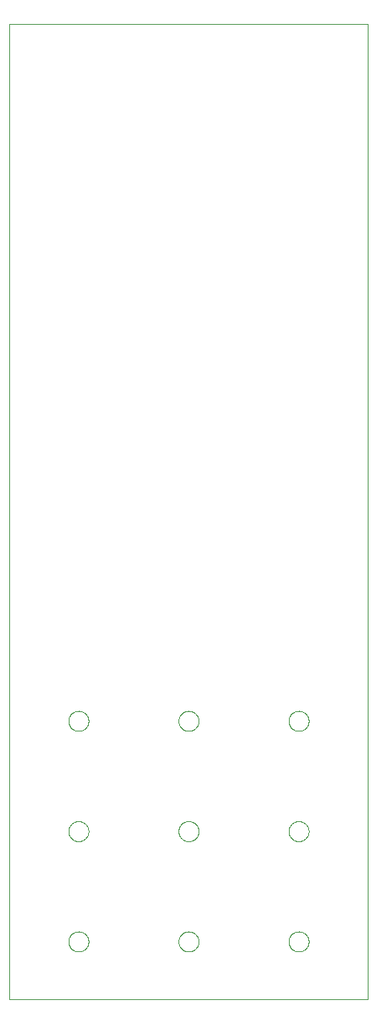
<source format=gbp>
G75*
%MOIN*%
%OFA0B0*%
%FSLAX25Y25*%
%IPPOS*%
%LPD*%
%AMOC8*
5,1,8,0,0,1.08239X$1,22.5*
%
%ADD10C,0.00000*%
D10*
X0002650Y0001800D02*
X0002650Y0421800D01*
X0157571Y0421800D01*
X0157571Y0001800D01*
X0002650Y0001800D01*
X0028319Y0026800D02*
X0028321Y0026931D01*
X0028327Y0027063D01*
X0028337Y0027194D01*
X0028351Y0027325D01*
X0028369Y0027455D01*
X0028391Y0027584D01*
X0028416Y0027713D01*
X0028446Y0027841D01*
X0028480Y0027968D01*
X0028517Y0028095D01*
X0028558Y0028219D01*
X0028603Y0028343D01*
X0028652Y0028465D01*
X0028704Y0028586D01*
X0028760Y0028704D01*
X0028820Y0028822D01*
X0028883Y0028937D01*
X0028950Y0029050D01*
X0029020Y0029162D01*
X0029093Y0029271D01*
X0029169Y0029377D01*
X0029249Y0029482D01*
X0029332Y0029584D01*
X0029418Y0029683D01*
X0029507Y0029780D01*
X0029599Y0029874D01*
X0029694Y0029965D01*
X0029791Y0030054D01*
X0029891Y0030139D01*
X0029994Y0030221D01*
X0030099Y0030300D01*
X0030206Y0030376D01*
X0030316Y0030448D01*
X0030428Y0030517D01*
X0030542Y0030583D01*
X0030657Y0030645D01*
X0030775Y0030704D01*
X0030894Y0030759D01*
X0031015Y0030811D01*
X0031138Y0030858D01*
X0031262Y0030902D01*
X0031387Y0030943D01*
X0031513Y0030979D01*
X0031641Y0031012D01*
X0031769Y0031040D01*
X0031898Y0031065D01*
X0032028Y0031086D01*
X0032158Y0031103D01*
X0032289Y0031116D01*
X0032420Y0031125D01*
X0032551Y0031130D01*
X0032683Y0031131D01*
X0032814Y0031128D01*
X0032946Y0031121D01*
X0033077Y0031110D01*
X0033207Y0031095D01*
X0033337Y0031076D01*
X0033467Y0031053D01*
X0033595Y0031027D01*
X0033723Y0030996D01*
X0033850Y0030961D01*
X0033976Y0030923D01*
X0034100Y0030881D01*
X0034224Y0030835D01*
X0034345Y0030785D01*
X0034465Y0030732D01*
X0034584Y0030675D01*
X0034701Y0030615D01*
X0034815Y0030551D01*
X0034928Y0030483D01*
X0035039Y0030412D01*
X0035148Y0030338D01*
X0035254Y0030261D01*
X0035358Y0030180D01*
X0035459Y0030097D01*
X0035558Y0030010D01*
X0035654Y0029920D01*
X0035747Y0029827D01*
X0035838Y0029732D01*
X0035925Y0029634D01*
X0036010Y0029533D01*
X0036091Y0029430D01*
X0036169Y0029324D01*
X0036244Y0029216D01*
X0036316Y0029106D01*
X0036384Y0028994D01*
X0036449Y0028880D01*
X0036510Y0028763D01*
X0036568Y0028645D01*
X0036622Y0028525D01*
X0036673Y0028404D01*
X0036720Y0028281D01*
X0036763Y0028157D01*
X0036802Y0028032D01*
X0036838Y0027905D01*
X0036869Y0027777D01*
X0036897Y0027649D01*
X0036921Y0027520D01*
X0036941Y0027390D01*
X0036957Y0027259D01*
X0036969Y0027128D01*
X0036977Y0026997D01*
X0036981Y0026866D01*
X0036981Y0026734D01*
X0036977Y0026603D01*
X0036969Y0026472D01*
X0036957Y0026341D01*
X0036941Y0026210D01*
X0036921Y0026080D01*
X0036897Y0025951D01*
X0036869Y0025823D01*
X0036838Y0025695D01*
X0036802Y0025568D01*
X0036763Y0025443D01*
X0036720Y0025319D01*
X0036673Y0025196D01*
X0036622Y0025075D01*
X0036568Y0024955D01*
X0036510Y0024837D01*
X0036449Y0024720D01*
X0036384Y0024606D01*
X0036316Y0024494D01*
X0036244Y0024384D01*
X0036169Y0024276D01*
X0036091Y0024170D01*
X0036010Y0024067D01*
X0035925Y0023966D01*
X0035838Y0023868D01*
X0035747Y0023773D01*
X0035654Y0023680D01*
X0035558Y0023590D01*
X0035459Y0023503D01*
X0035358Y0023420D01*
X0035254Y0023339D01*
X0035148Y0023262D01*
X0035039Y0023188D01*
X0034928Y0023117D01*
X0034816Y0023049D01*
X0034701Y0022985D01*
X0034584Y0022925D01*
X0034465Y0022868D01*
X0034345Y0022815D01*
X0034224Y0022765D01*
X0034100Y0022719D01*
X0033976Y0022677D01*
X0033850Y0022639D01*
X0033723Y0022604D01*
X0033595Y0022573D01*
X0033467Y0022547D01*
X0033337Y0022524D01*
X0033207Y0022505D01*
X0033077Y0022490D01*
X0032946Y0022479D01*
X0032814Y0022472D01*
X0032683Y0022469D01*
X0032551Y0022470D01*
X0032420Y0022475D01*
X0032289Y0022484D01*
X0032158Y0022497D01*
X0032028Y0022514D01*
X0031898Y0022535D01*
X0031769Y0022560D01*
X0031641Y0022588D01*
X0031513Y0022621D01*
X0031387Y0022657D01*
X0031262Y0022698D01*
X0031138Y0022742D01*
X0031015Y0022789D01*
X0030894Y0022841D01*
X0030775Y0022896D01*
X0030657Y0022955D01*
X0030542Y0023017D01*
X0030428Y0023083D01*
X0030316Y0023152D01*
X0030206Y0023224D01*
X0030099Y0023300D01*
X0029994Y0023379D01*
X0029891Y0023461D01*
X0029791Y0023546D01*
X0029694Y0023635D01*
X0029599Y0023726D01*
X0029507Y0023820D01*
X0029418Y0023917D01*
X0029332Y0024016D01*
X0029249Y0024118D01*
X0029169Y0024223D01*
X0029093Y0024329D01*
X0029020Y0024438D01*
X0028950Y0024550D01*
X0028883Y0024663D01*
X0028820Y0024778D01*
X0028760Y0024896D01*
X0028704Y0025014D01*
X0028652Y0025135D01*
X0028603Y0025257D01*
X0028558Y0025381D01*
X0028517Y0025505D01*
X0028480Y0025632D01*
X0028446Y0025759D01*
X0028416Y0025887D01*
X0028391Y0026016D01*
X0028369Y0026145D01*
X0028351Y0026275D01*
X0028337Y0026406D01*
X0028327Y0026537D01*
X0028321Y0026669D01*
X0028319Y0026800D01*
X0028319Y0074300D02*
X0028321Y0074431D01*
X0028327Y0074563D01*
X0028337Y0074694D01*
X0028351Y0074825D01*
X0028369Y0074955D01*
X0028391Y0075084D01*
X0028416Y0075213D01*
X0028446Y0075341D01*
X0028480Y0075468D01*
X0028517Y0075595D01*
X0028558Y0075719D01*
X0028603Y0075843D01*
X0028652Y0075965D01*
X0028704Y0076086D01*
X0028760Y0076204D01*
X0028820Y0076322D01*
X0028883Y0076437D01*
X0028950Y0076550D01*
X0029020Y0076662D01*
X0029093Y0076771D01*
X0029169Y0076877D01*
X0029249Y0076982D01*
X0029332Y0077084D01*
X0029418Y0077183D01*
X0029507Y0077280D01*
X0029599Y0077374D01*
X0029694Y0077465D01*
X0029791Y0077554D01*
X0029891Y0077639D01*
X0029994Y0077721D01*
X0030099Y0077800D01*
X0030206Y0077876D01*
X0030316Y0077948D01*
X0030428Y0078017D01*
X0030542Y0078083D01*
X0030657Y0078145D01*
X0030775Y0078204D01*
X0030894Y0078259D01*
X0031015Y0078311D01*
X0031138Y0078358D01*
X0031262Y0078402D01*
X0031387Y0078443D01*
X0031513Y0078479D01*
X0031641Y0078512D01*
X0031769Y0078540D01*
X0031898Y0078565D01*
X0032028Y0078586D01*
X0032158Y0078603D01*
X0032289Y0078616D01*
X0032420Y0078625D01*
X0032551Y0078630D01*
X0032683Y0078631D01*
X0032814Y0078628D01*
X0032946Y0078621D01*
X0033077Y0078610D01*
X0033207Y0078595D01*
X0033337Y0078576D01*
X0033467Y0078553D01*
X0033595Y0078527D01*
X0033723Y0078496D01*
X0033850Y0078461D01*
X0033976Y0078423D01*
X0034100Y0078381D01*
X0034224Y0078335D01*
X0034345Y0078285D01*
X0034465Y0078232D01*
X0034584Y0078175D01*
X0034701Y0078115D01*
X0034815Y0078051D01*
X0034928Y0077983D01*
X0035039Y0077912D01*
X0035148Y0077838D01*
X0035254Y0077761D01*
X0035358Y0077680D01*
X0035459Y0077597D01*
X0035558Y0077510D01*
X0035654Y0077420D01*
X0035747Y0077327D01*
X0035838Y0077232D01*
X0035925Y0077134D01*
X0036010Y0077033D01*
X0036091Y0076930D01*
X0036169Y0076824D01*
X0036244Y0076716D01*
X0036316Y0076606D01*
X0036384Y0076494D01*
X0036449Y0076380D01*
X0036510Y0076263D01*
X0036568Y0076145D01*
X0036622Y0076025D01*
X0036673Y0075904D01*
X0036720Y0075781D01*
X0036763Y0075657D01*
X0036802Y0075532D01*
X0036838Y0075405D01*
X0036869Y0075277D01*
X0036897Y0075149D01*
X0036921Y0075020D01*
X0036941Y0074890D01*
X0036957Y0074759D01*
X0036969Y0074628D01*
X0036977Y0074497D01*
X0036981Y0074366D01*
X0036981Y0074234D01*
X0036977Y0074103D01*
X0036969Y0073972D01*
X0036957Y0073841D01*
X0036941Y0073710D01*
X0036921Y0073580D01*
X0036897Y0073451D01*
X0036869Y0073323D01*
X0036838Y0073195D01*
X0036802Y0073068D01*
X0036763Y0072943D01*
X0036720Y0072819D01*
X0036673Y0072696D01*
X0036622Y0072575D01*
X0036568Y0072455D01*
X0036510Y0072337D01*
X0036449Y0072220D01*
X0036384Y0072106D01*
X0036316Y0071994D01*
X0036244Y0071884D01*
X0036169Y0071776D01*
X0036091Y0071670D01*
X0036010Y0071567D01*
X0035925Y0071466D01*
X0035838Y0071368D01*
X0035747Y0071273D01*
X0035654Y0071180D01*
X0035558Y0071090D01*
X0035459Y0071003D01*
X0035358Y0070920D01*
X0035254Y0070839D01*
X0035148Y0070762D01*
X0035039Y0070688D01*
X0034928Y0070617D01*
X0034816Y0070549D01*
X0034701Y0070485D01*
X0034584Y0070425D01*
X0034465Y0070368D01*
X0034345Y0070315D01*
X0034224Y0070265D01*
X0034100Y0070219D01*
X0033976Y0070177D01*
X0033850Y0070139D01*
X0033723Y0070104D01*
X0033595Y0070073D01*
X0033467Y0070047D01*
X0033337Y0070024D01*
X0033207Y0070005D01*
X0033077Y0069990D01*
X0032946Y0069979D01*
X0032814Y0069972D01*
X0032683Y0069969D01*
X0032551Y0069970D01*
X0032420Y0069975D01*
X0032289Y0069984D01*
X0032158Y0069997D01*
X0032028Y0070014D01*
X0031898Y0070035D01*
X0031769Y0070060D01*
X0031641Y0070088D01*
X0031513Y0070121D01*
X0031387Y0070157D01*
X0031262Y0070198D01*
X0031138Y0070242D01*
X0031015Y0070289D01*
X0030894Y0070341D01*
X0030775Y0070396D01*
X0030657Y0070455D01*
X0030542Y0070517D01*
X0030428Y0070583D01*
X0030316Y0070652D01*
X0030206Y0070724D01*
X0030099Y0070800D01*
X0029994Y0070879D01*
X0029891Y0070961D01*
X0029791Y0071046D01*
X0029694Y0071135D01*
X0029599Y0071226D01*
X0029507Y0071320D01*
X0029418Y0071417D01*
X0029332Y0071516D01*
X0029249Y0071618D01*
X0029169Y0071723D01*
X0029093Y0071829D01*
X0029020Y0071938D01*
X0028950Y0072050D01*
X0028883Y0072163D01*
X0028820Y0072278D01*
X0028760Y0072396D01*
X0028704Y0072514D01*
X0028652Y0072635D01*
X0028603Y0072757D01*
X0028558Y0072881D01*
X0028517Y0073005D01*
X0028480Y0073132D01*
X0028446Y0073259D01*
X0028416Y0073387D01*
X0028391Y0073516D01*
X0028369Y0073645D01*
X0028351Y0073775D01*
X0028337Y0073906D01*
X0028327Y0074037D01*
X0028321Y0074169D01*
X0028319Y0074300D01*
X0028319Y0121800D02*
X0028321Y0121931D01*
X0028327Y0122063D01*
X0028337Y0122194D01*
X0028351Y0122325D01*
X0028369Y0122455D01*
X0028391Y0122584D01*
X0028416Y0122713D01*
X0028446Y0122841D01*
X0028480Y0122968D01*
X0028517Y0123095D01*
X0028558Y0123219D01*
X0028603Y0123343D01*
X0028652Y0123465D01*
X0028704Y0123586D01*
X0028760Y0123704D01*
X0028820Y0123822D01*
X0028883Y0123937D01*
X0028950Y0124050D01*
X0029020Y0124162D01*
X0029093Y0124271D01*
X0029169Y0124377D01*
X0029249Y0124482D01*
X0029332Y0124584D01*
X0029418Y0124683D01*
X0029507Y0124780D01*
X0029599Y0124874D01*
X0029694Y0124965D01*
X0029791Y0125054D01*
X0029891Y0125139D01*
X0029994Y0125221D01*
X0030099Y0125300D01*
X0030206Y0125376D01*
X0030316Y0125448D01*
X0030428Y0125517D01*
X0030542Y0125583D01*
X0030657Y0125645D01*
X0030775Y0125704D01*
X0030894Y0125759D01*
X0031015Y0125811D01*
X0031138Y0125858D01*
X0031262Y0125902D01*
X0031387Y0125943D01*
X0031513Y0125979D01*
X0031641Y0126012D01*
X0031769Y0126040D01*
X0031898Y0126065D01*
X0032028Y0126086D01*
X0032158Y0126103D01*
X0032289Y0126116D01*
X0032420Y0126125D01*
X0032551Y0126130D01*
X0032683Y0126131D01*
X0032814Y0126128D01*
X0032946Y0126121D01*
X0033077Y0126110D01*
X0033207Y0126095D01*
X0033337Y0126076D01*
X0033467Y0126053D01*
X0033595Y0126027D01*
X0033723Y0125996D01*
X0033850Y0125961D01*
X0033976Y0125923D01*
X0034100Y0125881D01*
X0034224Y0125835D01*
X0034345Y0125785D01*
X0034465Y0125732D01*
X0034584Y0125675D01*
X0034701Y0125615D01*
X0034815Y0125551D01*
X0034928Y0125483D01*
X0035039Y0125412D01*
X0035148Y0125338D01*
X0035254Y0125261D01*
X0035358Y0125180D01*
X0035459Y0125097D01*
X0035558Y0125010D01*
X0035654Y0124920D01*
X0035747Y0124827D01*
X0035838Y0124732D01*
X0035925Y0124634D01*
X0036010Y0124533D01*
X0036091Y0124430D01*
X0036169Y0124324D01*
X0036244Y0124216D01*
X0036316Y0124106D01*
X0036384Y0123994D01*
X0036449Y0123880D01*
X0036510Y0123763D01*
X0036568Y0123645D01*
X0036622Y0123525D01*
X0036673Y0123404D01*
X0036720Y0123281D01*
X0036763Y0123157D01*
X0036802Y0123032D01*
X0036838Y0122905D01*
X0036869Y0122777D01*
X0036897Y0122649D01*
X0036921Y0122520D01*
X0036941Y0122390D01*
X0036957Y0122259D01*
X0036969Y0122128D01*
X0036977Y0121997D01*
X0036981Y0121866D01*
X0036981Y0121734D01*
X0036977Y0121603D01*
X0036969Y0121472D01*
X0036957Y0121341D01*
X0036941Y0121210D01*
X0036921Y0121080D01*
X0036897Y0120951D01*
X0036869Y0120823D01*
X0036838Y0120695D01*
X0036802Y0120568D01*
X0036763Y0120443D01*
X0036720Y0120319D01*
X0036673Y0120196D01*
X0036622Y0120075D01*
X0036568Y0119955D01*
X0036510Y0119837D01*
X0036449Y0119720D01*
X0036384Y0119606D01*
X0036316Y0119494D01*
X0036244Y0119384D01*
X0036169Y0119276D01*
X0036091Y0119170D01*
X0036010Y0119067D01*
X0035925Y0118966D01*
X0035838Y0118868D01*
X0035747Y0118773D01*
X0035654Y0118680D01*
X0035558Y0118590D01*
X0035459Y0118503D01*
X0035358Y0118420D01*
X0035254Y0118339D01*
X0035148Y0118262D01*
X0035039Y0118188D01*
X0034928Y0118117D01*
X0034816Y0118049D01*
X0034701Y0117985D01*
X0034584Y0117925D01*
X0034465Y0117868D01*
X0034345Y0117815D01*
X0034224Y0117765D01*
X0034100Y0117719D01*
X0033976Y0117677D01*
X0033850Y0117639D01*
X0033723Y0117604D01*
X0033595Y0117573D01*
X0033467Y0117547D01*
X0033337Y0117524D01*
X0033207Y0117505D01*
X0033077Y0117490D01*
X0032946Y0117479D01*
X0032814Y0117472D01*
X0032683Y0117469D01*
X0032551Y0117470D01*
X0032420Y0117475D01*
X0032289Y0117484D01*
X0032158Y0117497D01*
X0032028Y0117514D01*
X0031898Y0117535D01*
X0031769Y0117560D01*
X0031641Y0117588D01*
X0031513Y0117621D01*
X0031387Y0117657D01*
X0031262Y0117698D01*
X0031138Y0117742D01*
X0031015Y0117789D01*
X0030894Y0117841D01*
X0030775Y0117896D01*
X0030657Y0117955D01*
X0030542Y0118017D01*
X0030428Y0118083D01*
X0030316Y0118152D01*
X0030206Y0118224D01*
X0030099Y0118300D01*
X0029994Y0118379D01*
X0029891Y0118461D01*
X0029791Y0118546D01*
X0029694Y0118635D01*
X0029599Y0118726D01*
X0029507Y0118820D01*
X0029418Y0118917D01*
X0029332Y0119016D01*
X0029249Y0119118D01*
X0029169Y0119223D01*
X0029093Y0119329D01*
X0029020Y0119438D01*
X0028950Y0119550D01*
X0028883Y0119663D01*
X0028820Y0119778D01*
X0028760Y0119896D01*
X0028704Y0120014D01*
X0028652Y0120135D01*
X0028603Y0120257D01*
X0028558Y0120381D01*
X0028517Y0120505D01*
X0028480Y0120632D01*
X0028446Y0120759D01*
X0028416Y0120887D01*
X0028391Y0121016D01*
X0028369Y0121145D01*
X0028351Y0121275D01*
X0028337Y0121406D01*
X0028327Y0121537D01*
X0028321Y0121669D01*
X0028319Y0121800D01*
X0075819Y0121800D02*
X0075821Y0121931D01*
X0075827Y0122063D01*
X0075837Y0122194D01*
X0075851Y0122325D01*
X0075869Y0122455D01*
X0075891Y0122584D01*
X0075916Y0122713D01*
X0075946Y0122841D01*
X0075980Y0122968D01*
X0076017Y0123095D01*
X0076058Y0123219D01*
X0076103Y0123343D01*
X0076152Y0123465D01*
X0076204Y0123586D01*
X0076260Y0123704D01*
X0076320Y0123822D01*
X0076383Y0123937D01*
X0076450Y0124050D01*
X0076520Y0124162D01*
X0076593Y0124271D01*
X0076669Y0124377D01*
X0076749Y0124482D01*
X0076832Y0124584D01*
X0076918Y0124683D01*
X0077007Y0124780D01*
X0077099Y0124874D01*
X0077194Y0124965D01*
X0077291Y0125054D01*
X0077391Y0125139D01*
X0077494Y0125221D01*
X0077599Y0125300D01*
X0077706Y0125376D01*
X0077816Y0125448D01*
X0077928Y0125517D01*
X0078042Y0125583D01*
X0078157Y0125645D01*
X0078275Y0125704D01*
X0078394Y0125759D01*
X0078515Y0125811D01*
X0078638Y0125858D01*
X0078762Y0125902D01*
X0078887Y0125943D01*
X0079013Y0125979D01*
X0079141Y0126012D01*
X0079269Y0126040D01*
X0079398Y0126065D01*
X0079528Y0126086D01*
X0079658Y0126103D01*
X0079789Y0126116D01*
X0079920Y0126125D01*
X0080051Y0126130D01*
X0080183Y0126131D01*
X0080314Y0126128D01*
X0080446Y0126121D01*
X0080577Y0126110D01*
X0080707Y0126095D01*
X0080837Y0126076D01*
X0080967Y0126053D01*
X0081095Y0126027D01*
X0081223Y0125996D01*
X0081350Y0125961D01*
X0081476Y0125923D01*
X0081600Y0125881D01*
X0081724Y0125835D01*
X0081845Y0125785D01*
X0081965Y0125732D01*
X0082084Y0125675D01*
X0082201Y0125615D01*
X0082315Y0125551D01*
X0082428Y0125483D01*
X0082539Y0125412D01*
X0082648Y0125338D01*
X0082754Y0125261D01*
X0082858Y0125180D01*
X0082959Y0125097D01*
X0083058Y0125010D01*
X0083154Y0124920D01*
X0083247Y0124827D01*
X0083338Y0124732D01*
X0083425Y0124634D01*
X0083510Y0124533D01*
X0083591Y0124430D01*
X0083669Y0124324D01*
X0083744Y0124216D01*
X0083816Y0124106D01*
X0083884Y0123994D01*
X0083949Y0123880D01*
X0084010Y0123763D01*
X0084068Y0123645D01*
X0084122Y0123525D01*
X0084173Y0123404D01*
X0084220Y0123281D01*
X0084263Y0123157D01*
X0084302Y0123032D01*
X0084338Y0122905D01*
X0084369Y0122777D01*
X0084397Y0122649D01*
X0084421Y0122520D01*
X0084441Y0122390D01*
X0084457Y0122259D01*
X0084469Y0122128D01*
X0084477Y0121997D01*
X0084481Y0121866D01*
X0084481Y0121734D01*
X0084477Y0121603D01*
X0084469Y0121472D01*
X0084457Y0121341D01*
X0084441Y0121210D01*
X0084421Y0121080D01*
X0084397Y0120951D01*
X0084369Y0120823D01*
X0084338Y0120695D01*
X0084302Y0120568D01*
X0084263Y0120443D01*
X0084220Y0120319D01*
X0084173Y0120196D01*
X0084122Y0120075D01*
X0084068Y0119955D01*
X0084010Y0119837D01*
X0083949Y0119720D01*
X0083884Y0119606D01*
X0083816Y0119494D01*
X0083744Y0119384D01*
X0083669Y0119276D01*
X0083591Y0119170D01*
X0083510Y0119067D01*
X0083425Y0118966D01*
X0083338Y0118868D01*
X0083247Y0118773D01*
X0083154Y0118680D01*
X0083058Y0118590D01*
X0082959Y0118503D01*
X0082858Y0118420D01*
X0082754Y0118339D01*
X0082648Y0118262D01*
X0082539Y0118188D01*
X0082428Y0118117D01*
X0082316Y0118049D01*
X0082201Y0117985D01*
X0082084Y0117925D01*
X0081965Y0117868D01*
X0081845Y0117815D01*
X0081724Y0117765D01*
X0081600Y0117719D01*
X0081476Y0117677D01*
X0081350Y0117639D01*
X0081223Y0117604D01*
X0081095Y0117573D01*
X0080967Y0117547D01*
X0080837Y0117524D01*
X0080707Y0117505D01*
X0080577Y0117490D01*
X0080446Y0117479D01*
X0080314Y0117472D01*
X0080183Y0117469D01*
X0080051Y0117470D01*
X0079920Y0117475D01*
X0079789Y0117484D01*
X0079658Y0117497D01*
X0079528Y0117514D01*
X0079398Y0117535D01*
X0079269Y0117560D01*
X0079141Y0117588D01*
X0079013Y0117621D01*
X0078887Y0117657D01*
X0078762Y0117698D01*
X0078638Y0117742D01*
X0078515Y0117789D01*
X0078394Y0117841D01*
X0078275Y0117896D01*
X0078157Y0117955D01*
X0078042Y0118017D01*
X0077928Y0118083D01*
X0077816Y0118152D01*
X0077706Y0118224D01*
X0077599Y0118300D01*
X0077494Y0118379D01*
X0077391Y0118461D01*
X0077291Y0118546D01*
X0077194Y0118635D01*
X0077099Y0118726D01*
X0077007Y0118820D01*
X0076918Y0118917D01*
X0076832Y0119016D01*
X0076749Y0119118D01*
X0076669Y0119223D01*
X0076593Y0119329D01*
X0076520Y0119438D01*
X0076450Y0119550D01*
X0076383Y0119663D01*
X0076320Y0119778D01*
X0076260Y0119896D01*
X0076204Y0120014D01*
X0076152Y0120135D01*
X0076103Y0120257D01*
X0076058Y0120381D01*
X0076017Y0120505D01*
X0075980Y0120632D01*
X0075946Y0120759D01*
X0075916Y0120887D01*
X0075891Y0121016D01*
X0075869Y0121145D01*
X0075851Y0121275D01*
X0075837Y0121406D01*
X0075827Y0121537D01*
X0075821Y0121669D01*
X0075819Y0121800D01*
X0075819Y0074300D02*
X0075821Y0074431D01*
X0075827Y0074563D01*
X0075837Y0074694D01*
X0075851Y0074825D01*
X0075869Y0074955D01*
X0075891Y0075084D01*
X0075916Y0075213D01*
X0075946Y0075341D01*
X0075980Y0075468D01*
X0076017Y0075595D01*
X0076058Y0075719D01*
X0076103Y0075843D01*
X0076152Y0075965D01*
X0076204Y0076086D01*
X0076260Y0076204D01*
X0076320Y0076322D01*
X0076383Y0076437D01*
X0076450Y0076550D01*
X0076520Y0076662D01*
X0076593Y0076771D01*
X0076669Y0076877D01*
X0076749Y0076982D01*
X0076832Y0077084D01*
X0076918Y0077183D01*
X0077007Y0077280D01*
X0077099Y0077374D01*
X0077194Y0077465D01*
X0077291Y0077554D01*
X0077391Y0077639D01*
X0077494Y0077721D01*
X0077599Y0077800D01*
X0077706Y0077876D01*
X0077816Y0077948D01*
X0077928Y0078017D01*
X0078042Y0078083D01*
X0078157Y0078145D01*
X0078275Y0078204D01*
X0078394Y0078259D01*
X0078515Y0078311D01*
X0078638Y0078358D01*
X0078762Y0078402D01*
X0078887Y0078443D01*
X0079013Y0078479D01*
X0079141Y0078512D01*
X0079269Y0078540D01*
X0079398Y0078565D01*
X0079528Y0078586D01*
X0079658Y0078603D01*
X0079789Y0078616D01*
X0079920Y0078625D01*
X0080051Y0078630D01*
X0080183Y0078631D01*
X0080314Y0078628D01*
X0080446Y0078621D01*
X0080577Y0078610D01*
X0080707Y0078595D01*
X0080837Y0078576D01*
X0080967Y0078553D01*
X0081095Y0078527D01*
X0081223Y0078496D01*
X0081350Y0078461D01*
X0081476Y0078423D01*
X0081600Y0078381D01*
X0081724Y0078335D01*
X0081845Y0078285D01*
X0081965Y0078232D01*
X0082084Y0078175D01*
X0082201Y0078115D01*
X0082315Y0078051D01*
X0082428Y0077983D01*
X0082539Y0077912D01*
X0082648Y0077838D01*
X0082754Y0077761D01*
X0082858Y0077680D01*
X0082959Y0077597D01*
X0083058Y0077510D01*
X0083154Y0077420D01*
X0083247Y0077327D01*
X0083338Y0077232D01*
X0083425Y0077134D01*
X0083510Y0077033D01*
X0083591Y0076930D01*
X0083669Y0076824D01*
X0083744Y0076716D01*
X0083816Y0076606D01*
X0083884Y0076494D01*
X0083949Y0076380D01*
X0084010Y0076263D01*
X0084068Y0076145D01*
X0084122Y0076025D01*
X0084173Y0075904D01*
X0084220Y0075781D01*
X0084263Y0075657D01*
X0084302Y0075532D01*
X0084338Y0075405D01*
X0084369Y0075277D01*
X0084397Y0075149D01*
X0084421Y0075020D01*
X0084441Y0074890D01*
X0084457Y0074759D01*
X0084469Y0074628D01*
X0084477Y0074497D01*
X0084481Y0074366D01*
X0084481Y0074234D01*
X0084477Y0074103D01*
X0084469Y0073972D01*
X0084457Y0073841D01*
X0084441Y0073710D01*
X0084421Y0073580D01*
X0084397Y0073451D01*
X0084369Y0073323D01*
X0084338Y0073195D01*
X0084302Y0073068D01*
X0084263Y0072943D01*
X0084220Y0072819D01*
X0084173Y0072696D01*
X0084122Y0072575D01*
X0084068Y0072455D01*
X0084010Y0072337D01*
X0083949Y0072220D01*
X0083884Y0072106D01*
X0083816Y0071994D01*
X0083744Y0071884D01*
X0083669Y0071776D01*
X0083591Y0071670D01*
X0083510Y0071567D01*
X0083425Y0071466D01*
X0083338Y0071368D01*
X0083247Y0071273D01*
X0083154Y0071180D01*
X0083058Y0071090D01*
X0082959Y0071003D01*
X0082858Y0070920D01*
X0082754Y0070839D01*
X0082648Y0070762D01*
X0082539Y0070688D01*
X0082428Y0070617D01*
X0082316Y0070549D01*
X0082201Y0070485D01*
X0082084Y0070425D01*
X0081965Y0070368D01*
X0081845Y0070315D01*
X0081724Y0070265D01*
X0081600Y0070219D01*
X0081476Y0070177D01*
X0081350Y0070139D01*
X0081223Y0070104D01*
X0081095Y0070073D01*
X0080967Y0070047D01*
X0080837Y0070024D01*
X0080707Y0070005D01*
X0080577Y0069990D01*
X0080446Y0069979D01*
X0080314Y0069972D01*
X0080183Y0069969D01*
X0080051Y0069970D01*
X0079920Y0069975D01*
X0079789Y0069984D01*
X0079658Y0069997D01*
X0079528Y0070014D01*
X0079398Y0070035D01*
X0079269Y0070060D01*
X0079141Y0070088D01*
X0079013Y0070121D01*
X0078887Y0070157D01*
X0078762Y0070198D01*
X0078638Y0070242D01*
X0078515Y0070289D01*
X0078394Y0070341D01*
X0078275Y0070396D01*
X0078157Y0070455D01*
X0078042Y0070517D01*
X0077928Y0070583D01*
X0077816Y0070652D01*
X0077706Y0070724D01*
X0077599Y0070800D01*
X0077494Y0070879D01*
X0077391Y0070961D01*
X0077291Y0071046D01*
X0077194Y0071135D01*
X0077099Y0071226D01*
X0077007Y0071320D01*
X0076918Y0071417D01*
X0076832Y0071516D01*
X0076749Y0071618D01*
X0076669Y0071723D01*
X0076593Y0071829D01*
X0076520Y0071938D01*
X0076450Y0072050D01*
X0076383Y0072163D01*
X0076320Y0072278D01*
X0076260Y0072396D01*
X0076204Y0072514D01*
X0076152Y0072635D01*
X0076103Y0072757D01*
X0076058Y0072881D01*
X0076017Y0073005D01*
X0075980Y0073132D01*
X0075946Y0073259D01*
X0075916Y0073387D01*
X0075891Y0073516D01*
X0075869Y0073645D01*
X0075851Y0073775D01*
X0075837Y0073906D01*
X0075827Y0074037D01*
X0075821Y0074169D01*
X0075819Y0074300D01*
X0075819Y0026800D02*
X0075821Y0026931D01*
X0075827Y0027063D01*
X0075837Y0027194D01*
X0075851Y0027325D01*
X0075869Y0027455D01*
X0075891Y0027584D01*
X0075916Y0027713D01*
X0075946Y0027841D01*
X0075980Y0027968D01*
X0076017Y0028095D01*
X0076058Y0028219D01*
X0076103Y0028343D01*
X0076152Y0028465D01*
X0076204Y0028586D01*
X0076260Y0028704D01*
X0076320Y0028822D01*
X0076383Y0028937D01*
X0076450Y0029050D01*
X0076520Y0029162D01*
X0076593Y0029271D01*
X0076669Y0029377D01*
X0076749Y0029482D01*
X0076832Y0029584D01*
X0076918Y0029683D01*
X0077007Y0029780D01*
X0077099Y0029874D01*
X0077194Y0029965D01*
X0077291Y0030054D01*
X0077391Y0030139D01*
X0077494Y0030221D01*
X0077599Y0030300D01*
X0077706Y0030376D01*
X0077816Y0030448D01*
X0077928Y0030517D01*
X0078042Y0030583D01*
X0078157Y0030645D01*
X0078275Y0030704D01*
X0078394Y0030759D01*
X0078515Y0030811D01*
X0078638Y0030858D01*
X0078762Y0030902D01*
X0078887Y0030943D01*
X0079013Y0030979D01*
X0079141Y0031012D01*
X0079269Y0031040D01*
X0079398Y0031065D01*
X0079528Y0031086D01*
X0079658Y0031103D01*
X0079789Y0031116D01*
X0079920Y0031125D01*
X0080051Y0031130D01*
X0080183Y0031131D01*
X0080314Y0031128D01*
X0080446Y0031121D01*
X0080577Y0031110D01*
X0080707Y0031095D01*
X0080837Y0031076D01*
X0080967Y0031053D01*
X0081095Y0031027D01*
X0081223Y0030996D01*
X0081350Y0030961D01*
X0081476Y0030923D01*
X0081600Y0030881D01*
X0081724Y0030835D01*
X0081845Y0030785D01*
X0081965Y0030732D01*
X0082084Y0030675D01*
X0082201Y0030615D01*
X0082315Y0030551D01*
X0082428Y0030483D01*
X0082539Y0030412D01*
X0082648Y0030338D01*
X0082754Y0030261D01*
X0082858Y0030180D01*
X0082959Y0030097D01*
X0083058Y0030010D01*
X0083154Y0029920D01*
X0083247Y0029827D01*
X0083338Y0029732D01*
X0083425Y0029634D01*
X0083510Y0029533D01*
X0083591Y0029430D01*
X0083669Y0029324D01*
X0083744Y0029216D01*
X0083816Y0029106D01*
X0083884Y0028994D01*
X0083949Y0028880D01*
X0084010Y0028763D01*
X0084068Y0028645D01*
X0084122Y0028525D01*
X0084173Y0028404D01*
X0084220Y0028281D01*
X0084263Y0028157D01*
X0084302Y0028032D01*
X0084338Y0027905D01*
X0084369Y0027777D01*
X0084397Y0027649D01*
X0084421Y0027520D01*
X0084441Y0027390D01*
X0084457Y0027259D01*
X0084469Y0027128D01*
X0084477Y0026997D01*
X0084481Y0026866D01*
X0084481Y0026734D01*
X0084477Y0026603D01*
X0084469Y0026472D01*
X0084457Y0026341D01*
X0084441Y0026210D01*
X0084421Y0026080D01*
X0084397Y0025951D01*
X0084369Y0025823D01*
X0084338Y0025695D01*
X0084302Y0025568D01*
X0084263Y0025443D01*
X0084220Y0025319D01*
X0084173Y0025196D01*
X0084122Y0025075D01*
X0084068Y0024955D01*
X0084010Y0024837D01*
X0083949Y0024720D01*
X0083884Y0024606D01*
X0083816Y0024494D01*
X0083744Y0024384D01*
X0083669Y0024276D01*
X0083591Y0024170D01*
X0083510Y0024067D01*
X0083425Y0023966D01*
X0083338Y0023868D01*
X0083247Y0023773D01*
X0083154Y0023680D01*
X0083058Y0023590D01*
X0082959Y0023503D01*
X0082858Y0023420D01*
X0082754Y0023339D01*
X0082648Y0023262D01*
X0082539Y0023188D01*
X0082428Y0023117D01*
X0082316Y0023049D01*
X0082201Y0022985D01*
X0082084Y0022925D01*
X0081965Y0022868D01*
X0081845Y0022815D01*
X0081724Y0022765D01*
X0081600Y0022719D01*
X0081476Y0022677D01*
X0081350Y0022639D01*
X0081223Y0022604D01*
X0081095Y0022573D01*
X0080967Y0022547D01*
X0080837Y0022524D01*
X0080707Y0022505D01*
X0080577Y0022490D01*
X0080446Y0022479D01*
X0080314Y0022472D01*
X0080183Y0022469D01*
X0080051Y0022470D01*
X0079920Y0022475D01*
X0079789Y0022484D01*
X0079658Y0022497D01*
X0079528Y0022514D01*
X0079398Y0022535D01*
X0079269Y0022560D01*
X0079141Y0022588D01*
X0079013Y0022621D01*
X0078887Y0022657D01*
X0078762Y0022698D01*
X0078638Y0022742D01*
X0078515Y0022789D01*
X0078394Y0022841D01*
X0078275Y0022896D01*
X0078157Y0022955D01*
X0078042Y0023017D01*
X0077928Y0023083D01*
X0077816Y0023152D01*
X0077706Y0023224D01*
X0077599Y0023300D01*
X0077494Y0023379D01*
X0077391Y0023461D01*
X0077291Y0023546D01*
X0077194Y0023635D01*
X0077099Y0023726D01*
X0077007Y0023820D01*
X0076918Y0023917D01*
X0076832Y0024016D01*
X0076749Y0024118D01*
X0076669Y0024223D01*
X0076593Y0024329D01*
X0076520Y0024438D01*
X0076450Y0024550D01*
X0076383Y0024663D01*
X0076320Y0024778D01*
X0076260Y0024896D01*
X0076204Y0025014D01*
X0076152Y0025135D01*
X0076103Y0025257D01*
X0076058Y0025381D01*
X0076017Y0025505D01*
X0075980Y0025632D01*
X0075946Y0025759D01*
X0075916Y0025887D01*
X0075891Y0026016D01*
X0075869Y0026145D01*
X0075851Y0026275D01*
X0075837Y0026406D01*
X0075827Y0026537D01*
X0075821Y0026669D01*
X0075819Y0026800D01*
X0123319Y0026800D02*
X0123321Y0026931D01*
X0123327Y0027063D01*
X0123337Y0027194D01*
X0123351Y0027325D01*
X0123369Y0027455D01*
X0123391Y0027584D01*
X0123416Y0027713D01*
X0123446Y0027841D01*
X0123480Y0027968D01*
X0123517Y0028095D01*
X0123558Y0028219D01*
X0123603Y0028343D01*
X0123652Y0028465D01*
X0123704Y0028586D01*
X0123760Y0028704D01*
X0123820Y0028822D01*
X0123883Y0028937D01*
X0123950Y0029050D01*
X0124020Y0029162D01*
X0124093Y0029271D01*
X0124169Y0029377D01*
X0124249Y0029482D01*
X0124332Y0029584D01*
X0124418Y0029683D01*
X0124507Y0029780D01*
X0124599Y0029874D01*
X0124694Y0029965D01*
X0124791Y0030054D01*
X0124891Y0030139D01*
X0124994Y0030221D01*
X0125099Y0030300D01*
X0125206Y0030376D01*
X0125316Y0030448D01*
X0125428Y0030517D01*
X0125542Y0030583D01*
X0125657Y0030645D01*
X0125775Y0030704D01*
X0125894Y0030759D01*
X0126015Y0030811D01*
X0126138Y0030858D01*
X0126262Y0030902D01*
X0126387Y0030943D01*
X0126513Y0030979D01*
X0126641Y0031012D01*
X0126769Y0031040D01*
X0126898Y0031065D01*
X0127028Y0031086D01*
X0127158Y0031103D01*
X0127289Y0031116D01*
X0127420Y0031125D01*
X0127551Y0031130D01*
X0127683Y0031131D01*
X0127814Y0031128D01*
X0127946Y0031121D01*
X0128077Y0031110D01*
X0128207Y0031095D01*
X0128337Y0031076D01*
X0128467Y0031053D01*
X0128595Y0031027D01*
X0128723Y0030996D01*
X0128850Y0030961D01*
X0128976Y0030923D01*
X0129100Y0030881D01*
X0129224Y0030835D01*
X0129345Y0030785D01*
X0129465Y0030732D01*
X0129584Y0030675D01*
X0129701Y0030615D01*
X0129815Y0030551D01*
X0129928Y0030483D01*
X0130039Y0030412D01*
X0130148Y0030338D01*
X0130254Y0030261D01*
X0130358Y0030180D01*
X0130459Y0030097D01*
X0130558Y0030010D01*
X0130654Y0029920D01*
X0130747Y0029827D01*
X0130838Y0029732D01*
X0130925Y0029634D01*
X0131010Y0029533D01*
X0131091Y0029430D01*
X0131169Y0029324D01*
X0131244Y0029216D01*
X0131316Y0029106D01*
X0131384Y0028994D01*
X0131449Y0028880D01*
X0131510Y0028763D01*
X0131568Y0028645D01*
X0131622Y0028525D01*
X0131673Y0028404D01*
X0131720Y0028281D01*
X0131763Y0028157D01*
X0131802Y0028032D01*
X0131838Y0027905D01*
X0131869Y0027777D01*
X0131897Y0027649D01*
X0131921Y0027520D01*
X0131941Y0027390D01*
X0131957Y0027259D01*
X0131969Y0027128D01*
X0131977Y0026997D01*
X0131981Y0026866D01*
X0131981Y0026734D01*
X0131977Y0026603D01*
X0131969Y0026472D01*
X0131957Y0026341D01*
X0131941Y0026210D01*
X0131921Y0026080D01*
X0131897Y0025951D01*
X0131869Y0025823D01*
X0131838Y0025695D01*
X0131802Y0025568D01*
X0131763Y0025443D01*
X0131720Y0025319D01*
X0131673Y0025196D01*
X0131622Y0025075D01*
X0131568Y0024955D01*
X0131510Y0024837D01*
X0131449Y0024720D01*
X0131384Y0024606D01*
X0131316Y0024494D01*
X0131244Y0024384D01*
X0131169Y0024276D01*
X0131091Y0024170D01*
X0131010Y0024067D01*
X0130925Y0023966D01*
X0130838Y0023868D01*
X0130747Y0023773D01*
X0130654Y0023680D01*
X0130558Y0023590D01*
X0130459Y0023503D01*
X0130358Y0023420D01*
X0130254Y0023339D01*
X0130148Y0023262D01*
X0130039Y0023188D01*
X0129928Y0023117D01*
X0129816Y0023049D01*
X0129701Y0022985D01*
X0129584Y0022925D01*
X0129465Y0022868D01*
X0129345Y0022815D01*
X0129224Y0022765D01*
X0129100Y0022719D01*
X0128976Y0022677D01*
X0128850Y0022639D01*
X0128723Y0022604D01*
X0128595Y0022573D01*
X0128467Y0022547D01*
X0128337Y0022524D01*
X0128207Y0022505D01*
X0128077Y0022490D01*
X0127946Y0022479D01*
X0127814Y0022472D01*
X0127683Y0022469D01*
X0127551Y0022470D01*
X0127420Y0022475D01*
X0127289Y0022484D01*
X0127158Y0022497D01*
X0127028Y0022514D01*
X0126898Y0022535D01*
X0126769Y0022560D01*
X0126641Y0022588D01*
X0126513Y0022621D01*
X0126387Y0022657D01*
X0126262Y0022698D01*
X0126138Y0022742D01*
X0126015Y0022789D01*
X0125894Y0022841D01*
X0125775Y0022896D01*
X0125657Y0022955D01*
X0125542Y0023017D01*
X0125428Y0023083D01*
X0125316Y0023152D01*
X0125206Y0023224D01*
X0125099Y0023300D01*
X0124994Y0023379D01*
X0124891Y0023461D01*
X0124791Y0023546D01*
X0124694Y0023635D01*
X0124599Y0023726D01*
X0124507Y0023820D01*
X0124418Y0023917D01*
X0124332Y0024016D01*
X0124249Y0024118D01*
X0124169Y0024223D01*
X0124093Y0024329D01*
X0124020Y0024438D01*
X0123950Y0024550D01*
X0123883Y0024663D01*
X0123820Y0024778D01*
X0123760Y0024896D01*
X0123704Y0025014D01*
X0123652Y0025135D01*
X0123603Y0025257D01*
X0123558Y0025381D01*
X0123517Y0025505D01*
X0123480Y0025632D01*
X0123446Y0025759D01*
X0123416Y0025887D01*
X0123391Y0026016D01*
X0123369Y0026145D01*
X0123351Y0026275D01*
X0123337Y0026406D01*
X0123327Y0026537D01*
X0123321Y0026669D01*
X0123319Y0026800D01*
X0123319Y0074300D02*
X0123321Y0074431D01*
X0123327Y0074563D01*
X0123337Y0074694D01*
X0123351Y0074825D01*
X0123369Y0074955D01*
X0123391Y0075084D01*
X0123416Y0075213D01*
X0123446Y0075341D01*
X0123480Y0075468D01*
X0123517Y0075595D01*
X0123558Y0075719D01*
X0123603Y0075843D01*
X0123652Y0075965D01*
X0123704Y0076086D01*
X0123760Y0076204D01*
X0123820Y0076322D01*
X0123883Y0076437D01*
X0123950Y0076550D01*
X0124020Y0076662D01*
X0124093Y0076771D01*
X0124169Y0076877D01*
X0124249Y0076982D01*
X0124332Y0077084D01*
X0124418Y0077183D01*
X0124507Y0077280D01*
X0124599Y0077374D01*
X0124694Y0077465D01*
X0124791Y0077554D01*
X0124891Y0077639D01*
X0124994Y0077721D01*
X0125099Y0077800D01*
X0125206Y0077876D01*
X0125316Y0077948D01*
X0125428Y0078017D01*
X0125542Y0078083D01*
X0125657Y0078145D01*
X0125775Y0078204D01*
X0125894Y0078259D01*
X0126015Y0078311D01*
X0126138Y0078358D01*
X0126262Y0078402D01*
X0126387Y0078443D01*
X0126513Y0078479D01*
X0126641Y0078512D01*
X0126769Y0078540D01*
X0126898Y0078565D01*
X0127028Y0078586D01*
X0127158Y0078603D01*
X0127289Y0078616D01*
X0127420Y0078625D01*
X0127551Y0078630D01*
X0127683Y0078631D01*
X0127814Y0078628D01*
X0127946Y0078621D01*
X0128077Y0078610D01*
X0128207Y0078595D01*
X0128337Y0078576D01*
X0128467Y0078553D01*
X0128595Y0078527D01*
X0128723Y0078496D01*
X0128850Y0078461D01*
X0128976Y0078423D01*
X0129100Y0078381D01*
X0129224Y0078335D01*
X0129345Y0078285D01*
X0129465Y0078232D01*
X0129584Y0078175D01*
X0129701Y0078115D01*
X0129815Y0078051D01*
X0129928Y0077983D01*
X0130039Y0077912D01*
X0130148Y0077838D01*
X0130254Y0077761D01*
X0130358Y0077680D01*
X0130459Y0077597D01*
X0130558Y0077510D01*
X0130654Y0077420D01*
X0130747Y0077327D01*
X0130838Y0077232D01*
X0130925Y0077134D01*
X0131010Y0077033D01*
X0131091Y0076930D01*
X0131169Y0076824D01*
X0131244Y0076716D01*
X0131316Y0076606D01*
X0131384Y0076494D01*
X0131449Y0076380D01*
X0131510Y0076263D01*
X0131568Y0076145D01*
X0131622Y0076025D01*
X0131673Y0075904D01*
X0131720Y0075781D01*
X0131763Y0075657D01*
X0131802Y0075532D01*
X0131838Y0075405D01*
X0131869Y0075277D01*
X0131897Y0075149D01*
X0131921Y0075020D01*
X0131941Y0074890D01*
X0131957Y0074759D01*
X0131969Y0074628D01*
X0131977Y0074497D01*
X0131981Y0074366D01*
X0131981Y0074234D01*
X0131977Y0074103D01*
X0131969Y0073972D01*
X0131957Y0073841D01*
X0131941Y0073710D01*
X0131921Y0073580D01*
X0131897Y0073451D01*
X0131869Y0073323D01*
X0131838Y0073195D01*
X0131802Y0073068D01*
X0131763Y0072943D01*
X0131720Y0072819D01*
X0131673Y0072696D01*
X0131622Y0072575D01*
X0131568Y0072455D01*
X0131510Y0072337D01*
X0131449Y0072220D01*
X0131384Y0072106D01*
X0131316Y0071994D01*
X0131244Y0071884D01*
X0131169Y0071776D01*
X0131091Y0071670D01*
X0131010Y0071567D01*
X0130925Y0071466D01*
X0130838Y0071368D01*
X0130747Y0071273D01*
X0130654Y0071180D01*
X0130558Y0071090D01*
X0130459Y0071003D01*
X0130358Y0070920D01*
X0130254Y0070839D01*
X0130148Y0070762D01*
X0130039Y0070688D01*
X0129928Y0070617D01*
X0129816Y0070549D01*
X0129701Y0070485D01*
X0129584Y0070425D01*
X0129465Y0070368D01*
X0129345Y0070315D01*
X0129224Y0070265D01*
X0129100Y0070219D01*
X0128976Y0070177D01*
X0128850Y0070139D01*
X0128723Y0070104D01*
X0128595Y0070073D01*
X0128467Y0070047D01*
X0128337Y0070024D01*
X0128207Y0070005D01*
X0128077Y0069990D01*
X0127946Y0069979D01*
X0127814Y0069972D01*
X0127683Y0069969D01*
X0127551Y0069970D01*
X0127420Y0069975D01*
X0127289Y0069984D01*
X0127158Y0069997D01*
X0127028Y0070014D01*
X0126898Y0070035D01*
X0126769Y0070060D01*
X0126641Y0070088D01*
X0126513Y0070121D01*
X0126387Y0070157D01*
X0126262Y0070198D01*
X0126138Y0070242D01*
X0126015Y0070289D01*
X0125894Y0070341D01*
X0125775Y0070396D01*
X0125657Y0070455D01*
X0125542Y0070517D01*
X0125428Y0070583D01*
X0125316Y0070652D01*
X0125206Y0070724D01*
X0125099Y0070800D01*
X0124994Y0070879D01*
X0124891Y0070961D01*
X0124791Y0071046D01*
X0124694Y0071135D01*
X0124599Y0071226D01*
X0124507Y0071320D01*
X0124418Y0071417D01*
X0124332Y0071516D01*
X0124249Y0071618D01*
X0124169Y0071723D01*
X0124093Y0071829D01*
X0124020Y0071938D01*
X0123950Y0072050D01*
X0123883Y0072163D01*
X0123820Y0072278D01*
X0123760Y0072396D01*
X0123704Y0072514D01*
X0123652Y0072635D01*
X0123603Y0072757D01*
X0123558Y0072881D01*
X0123517Y0073005D01*
X0123480Y0073132D01*
X0123446Y0073259D01*
X0123416Y0073387D01*
X0123391Y0073516D01*
X0123369Y0073645D01*
X0123351Y0073775D01*
X0123337Y0073906D01*
X0123327Y0074037D01*
X0123321Y0074169D01*
X0123319Y0074300D01*
X0123319Y0121800D02*
X0123321Y0121931D01*
X0123327Y0122063D01*
X0123337Y0122194D01*
X0123351Y0122325D01*
X0123369Y0122455D01*
X0123391Y0122584D01*
X0123416Y0122713D01*
X0123446Y0122841D01*
X0123480Y0122968D01*
X0123517Y0123095D01*
X0123558Y0123219D01*
X0123603Y0123343D01*
X0123652Y0123465D01*
X0123704Y0123586D01*
X0123760Y0123704D01*
X0123820Y0123822D01*
X0123883Y0123937D01*
X0123950Y0124050D01*
X0124020Y0124162D01*
X0124093Y0124271D01*
X0124169Y0124377D01*
X0124249Y0124482D01*
X0124332Y0124584D01*
X0124418Y0124683D01*
X0124507Y0124780D01*
X0124599Y0124874D01*
X0124694Y0124965D01*
X0124791Y0125054D01*
X0124891Y0125139D01*
X0124994Y0125221D01*
X0125099Y0125300D01*
X0125206Y0125376D01*
X0125316Y0125448D01*
X0125428Y0125517D01*
X0125542Y0125583D01*
X0125657Y0125645D01*
X0125775Y0125704D01*
X0125894Y0125759D01*
X0126015Y0125811D01*
X0126138Y0125858D01*
X0126262Y0125902D01*
X0126387Y0125943D01*
X0126513Y0125979D01*
X0126641Y0126012D01*
X0126769Y0126040D01*
X0126898Y0126065D01*
X0127028Y0126086D01*
X0127158Y0126103D01*
X0127289Y0126116D01*
X0127420Y0126125D01*
X0127551Y0126130D01*
X0127683Y0126131D01*
X0127814Y0126128D01*
X0127946Y0126121D01*
X0128077Y0126110D01*
X0128207Y0126095D01*
X0128337Y0126076D01*
X0128467Y0126053D01*
X0128595Y0126027D01*
X0128723Y0125996D01*
X0128850Y0125961D01*
X0128976Y0125923D01*
X0129100Y0125881D01*
X0129224Y0125835D01*
X0129345Y0125785D01*
X0129465Y0125732D01*
X0129584Y0125675D01*
X0129701Y0125615D01*
X0129815Y0125551D01*
X0129928Y0125483D01*
X0130039Y0125412D01*
X0130148Y0125338D01*
X0130254Y0125261D01*
X0130358Y0125180D01*
X0130459Y0125097D01*
X0130558Y0125010D01*
X0130654Y0124920D01*
X0130747Y0124827D01*
X0130838Y0124732D01*
X0130925Y0124634D01*
X0131010Y0124533D01*
X0131091Y0124430D01*
X0131169Y0124324D01*
X0131244Y0124216D01*
X0131316Y0124106D01*
X0131384Y0123994D01*
X0131449Y0123880D01*
X0131510Y0123763D01*
X0131568Y0123645D01*
X0131622Y0123525D01*
X0131673Y0123404D01*
X0131720Y0123281D01*
X0131763Y0123157D01*
X0131802Y0123032D01*
X0131838Y0122905D01*
X0131869Y0122777D01*
X0131897Y0122649D01*
X0131921Y0122520D01*
X0131941Y0122390D01*
X0131957Y0122259D01*
X0131969Y0122128D01*
X0131977Y0121997D01*
X0131981Y0121866D01*
X0131981Y0121734D01*
X0131977Y0121603D01*
X0131969Y0121472D01*
X0131957Y0121341D01*
X0131941Y0121210D01*
X0131921Y0121080D01*
X0131897Y0120951D01*
X0131869Y0120823D01*
X0131838Y0120695D01*
X0131802Y0120568D01*
X0131763Y0120443D01*
X0131720Y0120319D01*
X0131673Y0120196D01*
X0131622Y0120075D01*
X0131568Y0119955D01*
X0131510Y0119837D01*
X0131449Y0119720D01*
X0131384Y0119606D01*
X0131316Y0119494D01*
X0131244Y0119384D01*
X0131169Y0119276D01*
X0131091Y0119170D01*
X0131010Y0119067D01*
X0130925Y0118966D01*
X0130838Y0118868D01*
X0130747Y0118773D01*
X0130654Y0118680D01*
X0130558Y0118590D01*
X0130459Y0118503D01*
X0130358Y0118420D01*
X0130254Y0118339D01*
X0130148Y0118262D01*
X0130039Y0118188D01*
X0129928Y0118117D01*
X0129816Y0118049D01*
X0129701Y0117985D01*
X0129584Y0117925D01*
X0129465Y0117868D01*
X0129345Y0117815D01*
X0129224Y0117765D01*
X0129100Y0117719D01*
X0128976Y0117677D01*
X0128850Y0117639D01*
X0128723Y0117604D01*
X0128595Y0117573D01*
X0128467Y0117547D01*
X0128337Y0117524D01*
X0128207Y0117505D01*
X0128077Y0117490D01*
X0127946Y0117479D01*
X0127814Y0117472D01*
X0127683Y0117469D01*
X0127551Y0117470D01*
X0127420Y0117475D01*
X0127289Y0117484D01*
X0127158Y0117497D01*
X0127028Y0117514D01*
X0126898Y0117535D01*
X0126769Y0117560D01*
X0126641Y0117588D01*
X0126513Y0117621D01*
X0126387Y0117657D01*
X0126262Y0117698D01*
X0126138Y0117742D01*
X0126015Y0117789D01*
X0125894Y0117841D01*
X0125775Y0117896D01*
X0125657Y0117955D01*
X0125542Y0118017D01*
X0125428Y0118083D01*
X0125316Y0118152D01*
X0125206Y0118224D01*
X0125099Y0118300D01*
X0124994Y0118379D01*
X0124891Y0118461D01*
X0124791Y0118546D01*
X0124694Y0118635D01*
X0124599Y0118726D01*
X0124507Y0118820D01*
X0124418Y0118917D01*
X0124332Y0119016D01*
X0124249Y0119118D01*
X0124169Y0119223D01*
X0124093Y0119329D01*
X0124020Y0119438D01*
X0123950Y0119550D01*
X0123883Y0119663D01*
X0123820Y0119778D01*
X0123760Y0119896D01*
X0123704Y0120014D01*
X0123652Y0120135D01*
X0123603Y0120257D01*
X0123558Y0120381D01*
X0123517Y0120505D01*
X0123480Y0120632D01*
X0123446Y0120759D01*
X0123416Y0120887D01*
X0123391Y0121016D01*
X0123369Y0121145D01*
X0123351Y0121275D01*
X0123337Y0121406D01*
X0123327Y0121537D01*
X0123321Y0121669D01*
X0123319Y0121800D01*
M02*

</source>
